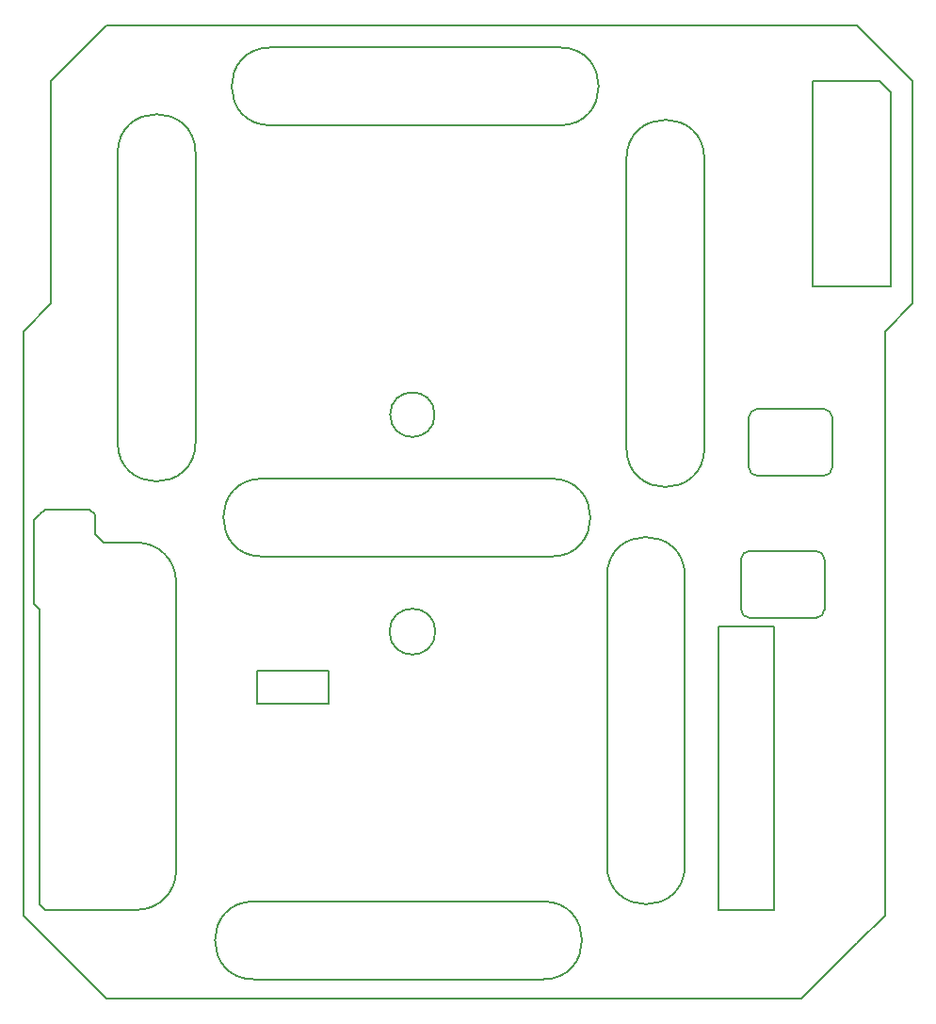
<source format=gbr>
G04 #@! TF.GenerationSoftware,KiCad,Pcbnew,(5.0.0)*
G04 #@! TF.CreationDate,2020-08-12T18:15:37-04:00*
G04 #@! TF.ProjectId,WS2812 Clock,57533238313220436C6F636B2E6B6963,rev?*
G04 #@! TF.SameCoordinates,Original*
G04 #@! TF.FileFunction,Profile,NP*
%FSLAX46Y46*%
G04 Gerber Fmt 4.6, Leading zero omitted, Abs format (unit mm)*
G04 Created by KiCad (PCBNEW (5.0.0)) date 08/12/20 18:15:37*
%MOMM*%
%LPD*%
G01*
G04 APERTURE LIST*
%ADD10C,0.150000*%
G04 APERTURE END LIST*
D10*
X242050000Y-82500000D02*
X242050000Y-78000000D01*
X234550000Y-78000000D02*
G75*
G02X235300000Y-77250000I750000J0D01*
G01*
X241300000Y-77250000D02*
G75*
G02X242050000Y-78000000I0J-750000D01*
G01*
X241300000Y-77250000D02*
X235300000Y-77250000D01*
X235300000Y-83250000D02*
X241300000Y-83250000D01*
X242050000Y-82500000D02*
G75*
G02X241300000Y-83250000I-750000J0D01*
G01*
X234550000Y-78000000D02*
X234550000Y-82500000D01*
X235300000Y-83250000D02*
G75*
G02X234550000Y-82500000I0J750000D01*
G01*
X236000000Y-70500000D02*
X242000000Y-70500000D01*
X242750000Y-69750000D02*
G75*
G02X242000000Y-70500000I-750000J0D01*
G01*
X235250000Y-65250000D02*
X235250000Y-69750000D01*
X236000000Y-70500000D02*
G75*
G02X235250000Y-69750000I0J750000D01*
G01*
X242000000Y-64500000D02*
X236000000Y-64500000D01*
X235250000Y-65250000D02*
G75*
G02X236000000Y-64500000I750000J0D01*
G01*
X242000000Y-64500000D02*
G75*
G02X242750000Y-65250000I0J-750000D01*
G01*
X242750000Y-69750000D02*
X242750000Y-65250000D01*
X191000000Y-88000000D02*
X191000000Y-91000000D01*
X197500000Y-88000000D02*
X191000000Y-88000000D01*
X197500000Y-91000000D02*
X197500000Y-88000000D01*
X191000000Y-91000000D02*
X197500000Y-91000000D01*
X180000000Y-76500000D02*
X180250000Y-76500000D01*
X176500000Y-75750000D02*
X176500000Y-74000000D01*
X177250000Y-76500000D02*
X176500000Y-75750000D01*
X180000000Y-76500000D02*
X177250000Y-76500000D01*
X216750000Y-108750000D02*
G75*
G02X216750000Y-115750000I0J-3500000D01*
G01*
X216750000Y-115750000D02*
X190750000Y-115750000D01*
X190750000Y-108750000D02*
X216750000Y-108750000D01*
X190750000Y-115750000D02*
G75*
G02X190750000Y-108750000I0J3500000D01*
G01*
X218250000Y-32000000D02*
G75*
G02X218250000Y-39000000I0J-3500000D01*
G01*
X218250000Y-39000000D02*
X192250000Y-39000000D01*
X192250000Y-32000000D02*
X218250000Y-32000000D01*
X192250000Y-39000000D02*
G75*
G02X192250000Y-32000000I0J3500000D01*
G01*
X217500000Y-70750000D02*
G75*
G02X217500000Y-77750000I0J-3500000D01*
G01*
X217500000Y-77750000D02*
X191500000Y-77750000D01*
X191500000Y-70750000D02*
X217500000Y-70750000D01*
X191500000Y-77750000D02*
G75*
G02X191500000Y-70750000I0J3500000D01*
G01*
X231250000Y-68000000D02*
G75*
G02X224250000Y-68000000I-3500000J0D01*
G01*
X224250000Y-68000000D02*
X224250000Y-42000000D01*
X231250000Y-42000000D02*
X231250000Y-68000000D01*
X224250000Y-42000000D02*
G75*
G02X231250000Y-42000000I3500000J0D01*
G01*
X185500000Y-67500000D02*
G75*
G02X178500000Y-67500000I-3500000J0D01*
G01*
X178500000Y-67500000D02*
X178500000Y-41500000D01*
X185500000Y-41500000D02*
X185500000Y-67500000D01*
X178500000Y-41500000D02*
G75*
G02X185500000Y-41500000I3500000J0D01*
G01*
X183750000Y-106000000D02*
G75*
G02X180250000Y-109500000I-3500000J0D01*
G01*
X183750000Y-80000000D02*
X183750000Y-106000000D01*
X180250000Y-76500000D02*
G75*
G02X183750000Y-80000000I0J-3500000D01*
G01*
X229500000Y-105500000D02*
G75*
G02X222500000Y-105500000I-3500000J0D01*
G01*
X222500000Y-105500000D02*
X222500000Y-79500000D01*
X229500000Y-79500000D02*
X229500000Y-105500000D01*
X222500000Y-79500000D02*
G75*
G02X229500000Y-79500000I3500000J0D01*
G01*
X241000000Y-35000000D02*
X241000000Y-53500000D01*
X247000000Y-35000000D02*
X241000000Y-35000000D01*
X248000000Y-36000000D02*
X247000000Y-35000000D01*
X248000000Y-53500000D02*
X248000000Y-36000000D01*
X241000000Y-53500000D02*
X248000000Y-53500000D01*
X237500000Y-109500000D02*
X232500000Y-109500000D01*
X237500000Y-84000000D02*
X237500000Y-109500000D01*
X232500000Y-84000000D02*
X237500000Y-84000000D01*
X232500000Y-109500000D02*
X232500000Y-84000000D01*
X207000000Y-65000000D02*
G75*
G03X207000000Y-65000000I-2000000J0D01*
G01*
X207061553Y-84500000D02*
G75*
G03X207061553Y-84500000I-2061553J0D01*
G01*
X171500000Y-82500000D02*
X171500000Y-109000000D01*
X171000000Y-82000000D02*
X171500000Y-82500000D01*
X171000000Y-74500000D02*
X171000000Y-82000000D01*
X171500000Y-74000000D02*
X171000000Y-74500000D01*
X172000000Y-73500000D02*
X171500000Y-74000000D01*
X176000000Y-73500000D02*
X172000000Y-73500000D01*
X176500000Y-74000000D02*
X176000000Y-73500000D01*
X172000000Y-109500000D02*
X180250000Y-109500000D01*
X171500000Y-109000000D02*
X172000000Y-109500000D01*
X245000000Y-30000000D02*
X240000000Y-30000000D01*
X240000000Y-117500000D02*
X235000000Y-117500000D01*
X240000000Y-30000000D02*
X177500000Y-30000000D01*
X245000000Y-112500000D02*
X240000000Y-117500000D01*
X247500000Y-110000000D02*
X245000000Y-112500000D01*
X247500000Y-80000000D02*
X247500000Y-57500000D01*
X247500000Y-90000000D02*
X247500000Y-80000000D01*
X247500000Y-90000000D02*
X247500000Y-110000000D01*
X245000000Y-30000000D02*
X250000000Y-35000000D01*
X247500000Y-57500000D02*
X250000000Y-55000000D01*
X250000000Y-55000000D02*
X250000000Y-35000000D01*
X170000000Y-110000000D02*
X172500000Y-112500000D01*
X170000000Y-90000000D02*
X170000000Y-110000000D01*
X170000000Y-80000000D02*
X170000000Y-57500000D01*
X172500000Y-55000000D02*
X170000000Y-57500000D01*
X172500000Y-55000000D02*
X172500000Y-35000000D01*
X170000000Y-90000000D02*
X170000000Y-80000000D01*
X177500000Y-117500000D02*
X235000000Y-117500000D01*
X172500000Y-112500000D02*
X177500000Y-117500000D01*
X177500000Y-30000000D02*
X172500000Y-35000000D01*
M02*

</source>
